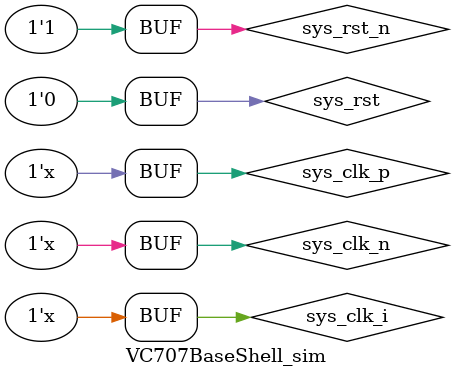
<source format=v>
`timescale 1ns/1ps

module VC707BaseShell_sim;


   parameter CA_MIRROR             = "OFF"; // C/A mirror opt for DDR3 dual rank
   parameter CLKIN_PERIOD          = 5;  // Input Clock Period, 5000ps = 5ns = 200MHz
   parameter RESET_PERIOD          = 200; //in pSec, 200ns

   parameter SIM_BYPASS_INIT_CAL   = "FAST";
                                     // # = "SIM_INIT_CAL_FULL" -  Complete
                                     //              memory init &
                                     //              calibration sequence
                                     // # = "SKIP" - Not supported
                                     // # = "FAST" - Complete memory init & use
                                     //              abbreviated calib sequence

   parameter RST_ACT_LOW           = 0;
                                     // =1 for active low reset,
                                     // =0 for active high.

  //**************************************************************************//
  // Local parameters Declarations
  //**************************************************************************//

  localparam real TPROP_DQS          = 0.00;
                                       // Delay for DQS signal during Write Operation
  localparam real TPROP_DQS_RD       = 0.00;
                       // Delay for DQS signal during Read Operation
  localparam real TPROP_PCB_CTRL     = 0.00;
                       // Delay for Address and Ctrl signals
  localparam real TPROP_PCB_DATA     = 0.00;
                       // Delay for data signal during Write operation
  localparam real TPROP_PCB_DATA_RD  = 0.00;
                       // Delay for data signal during Read operation

  localparam MEMORY_WIDTH            = 8;
  localparam NUM_COMP                = DQ_WIDTH/MEMORY_WIDTH;

   //***************************************************************************
   // The following parameters refer to width of various ports
   //***************************************************************************
   parameter COL_WIDTH             = 10;
                                     // # of memory Column Address bits.
   parameter CS_WIDTH              = 1;
                                     // # of unique CS outputs to memory.
   parameter DM_WIDTH              = 8;
                                     // # of DM (data mask)
   parameter DQ_WIDTH              = 64;
                                     // # of DQ (data)
   parameter DQS_WIDTH             = 8;
   parameter DQS_CNT_WIDTH         = 3;
                                     // = ceil(log2(DQS_WIDTH))
   parameter DRAM_WIDTH            = 8;
                                     // # of DQ per DQS
   parameter ECC                   = "OFF";
   parameter RANKS                 = 1;
                                     // # of Ranks.
   parameter ODT_WIDTH             = 1;
                                     // # of ODT outputs to memory.
   parameter ROW_WIDTH             = 16;
                                     // # of memory Row Address bits.
   parameter ADDR_WIDTH            = 30;
                                     // # = RANK_WIDTH + BANK_WIDTH
                                     //     + ROW_WIDTH + COL_WIDTH;
                                     // Chip Select is always tied to low for
                                     // single rank devices

  //**************************************************************************//
  // Wire Declarations
  //**************************************************************************//
  reg                                sys_rst_n;
  wire                               sys_rst;


  reg                     sys_clk_i;
  wire                               sys_clk_p;
  wire                               sys_clk_n;

  wire                               ddr3_reset_n;
  wire [DQ_WIDTH-1:0]                ddr3_dq_fpga;
  wire [DQS_WIDTH-1:0]               ddr3_dqs_p_fpga;
  wire [DQS_WIDTH-1:0]               ddr3_dqs_n_fpga;
  wire [ROW_WIDTH-1:0]               ddr3_addr_fpga;
  wire [3-1:0]              ddr3_ba_fpga;
  wire                               ddr3_ras_n_fpga;
  wire                               ddr3_cas_n_fpga;
  wire                               ddr3_we_n_fpga;
  wire [1-1:0]               ddr3_cke_fpga;
  wire [1-1:0]                ddr3_ck_p_fpga;
  wire [1-1:0]                ddr3_ck_n_fpga;
    
  
  wire                               init_calib_complete;
  wire                               tg_compare_error;
  wire [(CS_WIDTH*1)-1:0] ddr3_cs_n_fpga;
    
  wire [DM_WIDTH-1:0]                ddr3_dm_fpga;
    
  wire [ODT_WIDTH-1:0]               ddr3_odt_fpga;
    
  
  reg [(CS_WIDTH*1)-1:0] ddr3_cs_n_sdram_tmp;
    
  reg [DM_WIDTH-1:0]                 ddr3_dm_sdram_tmp;
    
  reg [ODT_WIDTH-1:0]                ddr3_odt_sdram_tmp;
    

  
  wire [DQ_WIDTH-1:0]                ddr3_dq_sdram;
  reg [ROW_WIDTH-1:0]                ddr3_addr_sdram [0:1];
  reg [3-1:0]               ddr3_ba_sdram [0:1];
  reg                                ddr3_ras_n_sdram;
  reg                                ddr3_cas_n_sdram;
  reg                                ddr3_we_n_sdram;
  wire [(CS_WIDTH*1)-1:0] ddr3_cs_n_sdram;
  wire [ODT_WIDTH-1:0]               ddr3_odt_sdram;
  reg [1-1:0]                ddr3_cke_sdram;
  wire [DM_WIDTH-1:0]                ddr3_dm_sdram;
  wire [DQS_WIDTH-1:0]               ddr3_dqs_p_sdram;
  wire [DQS_WIDTH-1:0]               ddr3_dqs_n_sdram;
  reg [1-1:0]                 ddr3_ck_p_sdram;
  reg [1-1:0]                 ddr3_ck_n_sdram;
  
    

//**************************************************************************//

  //**************************************************************************//
  // Reset Generation
  //**************************************************************************//
  initial begin
    sys_rst_n = 1'b0;
    #RESET_PERIOD
      sys_rst_n = 1'b1;
   end

   assign sys_rst = RST_ACT_LOW ? sys_rst_n : ~sys_rst_n;

  //**************************************************************************//
  // Clock Generation
  //**************************************************************************//

  initial
    sys_clk_i = 1'b0;
  always
    sys_clk_i = #(CLKIN_PERIOD/2.0) ~sys_clk_i;

  assign sys_clk_p = sys_clk_i;
  assign sys_clk_n = ~sys_clk_i;


  always @( * ) begin
    ddr3_ck_p_sdram      <=  #(TPROP_PCB_CTRL) ddr3_ck_p_fpga;
    ddr3_ck_n_sdram      <=  #(TPROP_PCB_CTRL) ddr3_ck_n_fpga;
    ddr3_addr_sdram[0]   <=  #(TPROP_PCB_CTRL) ddr3_addr_fpga;
    ddr3_addr_sdram[1]   <=  #(TPROP_PCB_CTRL) (CA_MIRROR == "ON") ?
                                                 {ddr3_addr_fpga[ROW_WIDTH-1:9],
                                                  ddr3_addr_fpga[7], ddr3_addr_fpga[8],
                                                  ddr3_addr_fpga[5], ddr3_addr_fpga[6],
                                                  ddr3_addr_fpga[3], ddr3_addr_fpga[4],
                                                  ddr3_addr_fpga[2:0]} :
                                                 ddr3_addr_fpga;
    ddr3_ba_sdram[0]     <=  #(TPROP_PCB_CTRL) ddr3_ba_fpga;
    ddr3_ba_sdram[1]     <=  #(TPROP_PCB_CTRL) (CA_MIRROR == "ON") ?
                                                 {ddr3_ba_fpga[3-1:2],
                                                  ddr3_ba_fpga[0],
                                                  ddr3_ba_fpga[1]} :
                                                 ddr3_ba_fpga;
    ddr3_ras_n_sdram     <=  #(TPROP_PCB_CTRL) ddr3_ras_n_fpga;
    ddr3_cas_n_sdram     <=  #(TPROP_PCB_CTRL) ddr3_cas_n_fpga;
    ddr3_we_n_sdram      <=  #(TPROP_PCB_CTRL) ddr3_we_n_fpga;
    ddr3_cke_sdram       <=  #(TPROP_PCB_CTRL) ddr3_cke_fpga;
  end


  always @( * )
    ddr3_cs_n_sdram_tmp   <=  #(TPROP_PCB_CTRL) ddr3_cs_n_fpga;
  assign ddr3_cs_n_sdram =  ddr3_cs_n_sdram_tmp;


  always @( * )
    ddr3_dm_sdram_tmp <=  #(TPROP_PCB_DATA) ddr3_dm_fpga;//DM signal generation
  assign ddr3_dm_sdram = ddr3_dm_sdram_tmp;


  always @( * )
    ddr3_odt_sdram_tmp  <=  #(TPROP_PCB_CTRL) ddr3_odt_fpga;
  assign ddr3_odt_sdram =  ddr3_odt_sdram_tmp;


// Controlling the bi-directional BUS

  genvar dqwd;
  generate
    for (dqwd = 1;dqwd < DQ_WIDTH;dqwd = dqwd+1) begin : dq_delay
      WireDelay #
       (
        .Delay_g    (TPROP_PCB_DATA),
        .Delay_rd   (TPROP_PCB_DATA_RD),
        .ERR_INSERT ("OFF")
       )
      u_delay_dq
       (
        .A             (ddr3_dq_fpga[dqwd]),
        .B             (ddr3_dq_sdram[dqwd]),
        .reset         (sys_rst_n),
        .phy_init_done (init_calib_complete)
       );
    end
          WireDelay #
       (
        .Delay_g    (TPROP_PCB_DATA),
        .Delay_rd   (TPROP_PCB_DATA_RD),
        .ERR_INSERT ("OFF")
       )
      u_delay_dq_0
       (
        .A             (ddr3_dq_fpga[0]),
        .B             (ddr3_dq_sdram[0]),
        .reset         (sys_rst_n),
        .phy_init_done (init_calib_complete)
       );
  endgenerate

  genvar dqswd;
  generate
    for (dqswd = 0;dqswd < DQS_WIDTH;dqswd = dqswd+1) begin : dqs_delay
      WireDelay #
       (
        .Delay_g    (TPROP_DQS),
        .Delay_rd   (TPROP_DQS_RD),
        .ERR_INSERT ("OFF")
       )
      u_delay_dqs_p
       (
        .A             (ddr3_dqs_p_fpga[dqswd]),
        .B             (ddr3_dqs_p_sdram[dqswd]),
        .reset         (sys_rst_n),
        .phy_init_done (init_calib_complete)
       );

      WireDelay #
       (
        .Delay_g    (TPROP_DQS),
        .Delay_rd   (TPROP_DQS_RD),
        .ERR_INSERT ("OFF")
       )
      u_delay_dqs_n
       (
        .A             (ddr3_dqs_n_fpga[dqswd]),
        .B             (ddr3_dqs_n_sdram[dqswd]),
        .reset         (sys_rst_n),
        .phy_init_done (init_calib_complete)
       );
    end
  endgenerate


  //===========================================================================
  //                         FPGA Memory Controller
  //===========================================================================

   VC707BaseShell dut
     (
      .ddr_ddr3_dq              (ddr3_dq_fpga),
      .ddr_ddr3_dqs_n           (ddr3_dqs_n_fpga),
      .ddr_ddr3_dqs_p           (ddr3_dqs_p_fpga),
      .ddr_ddr3_addr            (ddr3_addr_fpga),
      .ddr_ddr3_ba              (ddr3_ba_fpga),
      .ddr_ddr3_ras_n           (ddr3_ras_n_fpga),
      .ddr_ddr3_cas_n           (ddr3_cas_n_fpga),
      .ddr_ddr3_we_n            (ddr3_we_n_fpga),
      .ddr_ddr3_reset_n         (ddr3_reset_n),
      .ddr_ddr3_ck_p            (ddr3_ck_p_fpga),
      .ddr_ddr3_ck_n            (ddr3_ck_n_fpga),
      .ddr_ddr3_cke             (ddr3_cke_fpga),
      .ddr_ddr3_cs_n            (ddr3_cs_n_fpga),
      .ddr_ddr3_dm              (ddr3_dm_fpga),
      .ddr_ddr3_odt             (ddr3_odt_fpga),

      .sys_clock_p            (sys_clk_p),
      .sys_clock_n            (sys_clk_n),
      .reset             (sys_rst)
     );

  //**************************************************************************//
  // Memory Models instantiations
  //**************************************************************************//

  genvar r,i;
  generate
    for (r = 0; r < CS_WIDTH; r = r + 1) begin: mem_rnk
      for (i = 0; i < NUM_COMP; i = i + 1) begin: gen_mem
        ddr3_model u_comp_ddr3
          (
           .rst_n   (ddr3_reset_n),
           .ck      (ddr3_ck_p_sdram[(i*MEMORY_WIDTH)/72]),
           .ck_n    (ddr3_ck_n_sdram[(i*MEMORY_WIDTH)/72]),
           .cke     (ddr3_cke_sdram[((i*MEMORY_WIDTH)/72)+(1*r)]),
           .cs_n    (ddr3_cs_n_sdram[((i*MEMORY_WIDTH)/72)+(1*r)]),
           .ras_n   (ddr3_ras_n_sdram),
           .cas_n   (ddr3_cas_n_sdram),
           .we_n    (ddr3_we_n_sdram),
           .dm_tdqs (ddr3_dm_sdram[i]),
           .ba      (ddr3_ba_sdram[r]),
           .addr    (ddr3_addr_sdram[r]),
           .dq      (ddr3_dq_sdram[MEMORY_WIDTH*(i+1)-1:MEMORY_WIDTH*(i)]),
           .dqs     (ddr3_dqs_p_sdram[i]),
           .dqs_n   (ddr3_dqs_n_sdram[i]),
           .tdqs_n  (),
           .odt     (ddr3_odt_sdram[((i*MEMORY_WIDTH)/72)+(1*r)])
           );
      end
    end
  endgenerate
endmodule

</source>
